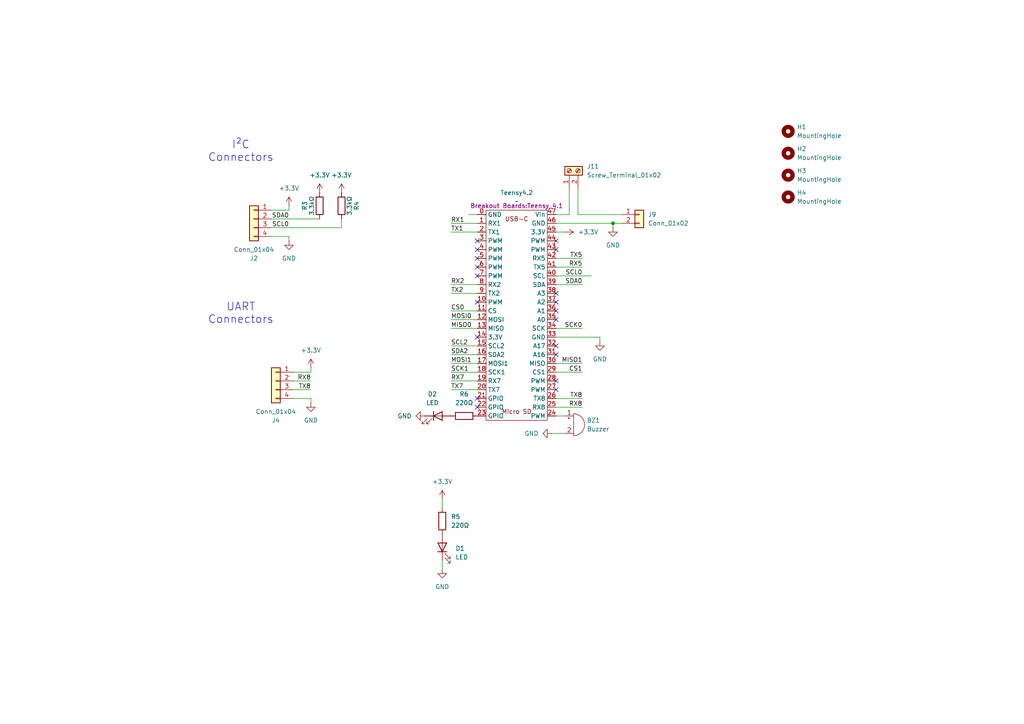
<source format=kicad_sch>
(kicad_sch (version 20231120) (generator "eeschema") (generator_version "8.0")
  (paper "A4")
  (lib_symbols
    (symbol "Breakout Boards:Teensy_4.1"
      (property "Reference" "Teensy4.1" (at 0 0 90))
      (property "Footprint" "Breakout Boards:Teensy_4.1" (at 0 0 0))
      (symbol "Teensy_4.1_0_1"
        (rectangle (start -8.89 30.48) (end 8.89 -30.48))
      )
      (symbol "Teensy_4.1_1_1"
        (text "Micro SD" (at 0 -27.94 0) (effects (font (size 1.27 1.27))))
        (text "USB-C" (at 0 27.94 0) (effects (font (size 1.27 1.27))))
        (pin input line (at -11.43 29.21 0) (length 2.54) (name "GND") (number "0"))
        (pin input line (at -11.43 26.67 0) (length 2.54) (name "RX1") (number "1"))
        (pin input line (at -11.43 3.81 0) (length 2.54) (name "PWM") (number "10"))
        (pin input line (at -11.43 1.27 0) (length 2.54) (name "CS") (number "11"))
        (pin input line (at -11.43 -1.27 0) (length 2.54) (name "MOSI") (number "12"))
        (pin input line (at -11.43 -3.81 0) (length 2.54) (name "MISO") (number "13"))
        (pin input line (at -11.43 -6.35 0) (length 2.54) (name "3.3V") (number "14"))
        (pin input line (at -11.43 -8.89 0) (length 2.54) (name "SCL2") (number "15"))
        (pin input line (at -11.43 -11.43 0) (length 2.54) (name "SDA2") (number "16"))
        (pin input line (at -11.43 -13.97 0) (length 2.54) (name "MOSI1") (number "17"))
        (pin input line (at -11.43 -16.51 0) (length 2.54) (name "SCK1") (number "18"))
        (pin input line (at -11.43 -19.05 0) (length 2.54) (name "RX7") (number "19"))
        (pin input line (at -11.43 24.13 0) (length 2.54) (name "TX1") (number "2"))
        (pin input line (at -11.43 -21.59 0) (length 2.54) (name "TX7") (number "20"))
        (pin input line (at -11.43 -24.13 0) (length 2.54) (name "GPIO") (number "21"))
        (pin input line (at -11.43 -26.67 0) (length 2.54) (name "GPIO") (number "22"))
        (pin input line (at -11.43 -29.21 0) (length 2.54) (name "GPIO") (number "23"))
        (pin input line (at 11.43 -29.21 180) (length 2.54) (name "PWM") (number "24"))
        (pin input line (at 11.43 -26.67 180) (length 2.54) (name "RX8") (number "25"))
        (pin input line (at 11.43 -24.13 180) (length 2.54) (name "TX8") (number "26"))
        (pin input line (at 11.43 -21.59 180) (length 2.54) (name "PWM") (number "27"))
        (pin input line (at 11.43 -19.05 180) (length 2.54) (name "PWM") (number "28"))
        (pin input line (at 11.43 -16.51 180) (length 2.54) (name "CS1") (number "29"))
        (pin input line (at -11.43 21.59 0) (length 2.54) (name "PWM") (number "3"))
        (pin input line (at 11.43 -13.97 180) (length 2.54) (name "MISO") (number "30"))
        (pin input line (at 11.43 -11.43 180) (length 2.54) (name "A16") (number "31"))
        (pin input line (at 11.43 -8.89 180) (length 2.54) (name "A17") (number "32"))
        (pin input line (at 11.43 -6.35 180) (length 2.54) (name "GND") (number "33"))
        (pin input line (at 11.43 -3.81 180) (length 2.54) (name "SCK") (number "34"))
        (pin input line (at 11.43 -1.27 180) (length 2.54) (name "A0") (number "35"))
        (pin input line (at 11.43 1.27 180) (length 2.54) (name "A1") (number "36"))
        (pin input line (at 11.43 3.81 180) (length 2.54) (name "A2") (number "37"))
        (pin input line (at 11.43 6.35 180) (length 2.54) (name "A3") (number "38"))
        (pin input line (at 11.43 8.89 180) (length 2.54) (name "SDA") (number "39"))
        (pin input line (at -11.43 19.05 0) (length 2.54) (name "PWM") (number "4"))
        (pin input line (at 11.43 11.43 180) (length 2.54) (name "SCL") (number "40"))
        (pin input line (at 11.43 13.97 180) (length 2.54) (name "TX5") (number "41"))
        (pin input line (at 11.43 16.51 180) (length 2.54) (name "RX5") (number "42"))
        (pin input line (at 11.43 19.05 180) (length 2.54) (name "PWM") (number "43"))
        (pin input line (at 11.43 21.59 180) (length 2.54) (name "PWM") (number "44"))
        (pin input line (at 11.43 24.13 180) (length 2.54) (name "3.3V") (number "45"))
        (pin input line (at 11.43 26.67 180) (length 2.54) (name "GND") (number "46"))
        (pin input line (at 11.43 29.21 180) (length 2.54) (name "Vin") (number "47"))
        (pin input line (at -11.43 16.51 0) (length 2.54) (name "PWM") (number "5"))
        (pin input line (at -11.43 13.97 0) (length 2.54) (name "PWM") (number "6"))
        (pin input line (at -11.43 11.43 0) (length 2.54) (name "PWM") (number "7"))
        (pin input line (at -11.43 8.89 0) (length 2.54) (name "RX2") (number "8"))
        (pin input line (at -11.43 6.35 0) (length 2.54) (name "TX2") (number "9"))
      )
    )
    (symbol "Connector:Screw_Terminal_01x02" (pin_names (offset 1.016) hide)
      (property "Reference" "J" (at 0 2.54 0))
      (property "Value" "Screw_Terminal_01x02" (at 0 -5.08 0))
      (symbol "Screw_Terminal_01x02_1_1"
        (rectangle (start -1.27 1.27) (end 1.27 -3.81) (stroke (width 0.254)) (fill (type background)))
        (circle (center 0 -2.54) (radius 0.635) (stroke (width 0.1524)))
        (polyline (pts (xy -0.5334 -2.2098) (xy 0.3302 -3.048)) (stroke (width 0.1524)))
        (polyline (pts (xy -0.5334 0.3302) (xy 0.3302 -0.508)) (stroke (width 0.1524)))
        (polyline (pts (xy -0.3556 -2.032) (xy 0.508 -2.8702)) (stroke (width 0.1524)))
        (polyline (pts (xy -0.3556 0.508) (xy 0.508 -0.3302)) (stroke (width 0.1524)))
        (circle (center 0 0) (radius 0.635) (stroke (width 0.1524)))
        (pin passive line (at -5.08 0 0) (length 3.81) (name "Pin_1") (number "1"))
        (pin passive line (at -5.08 -2.54 0) (length 3.81) (name "Pin_2") (number "2"))
      )
    )
    (symbol "Connector_Generic:Conn_01x02" (pin_names (offset 1.016) hide)
      (property "Reference" "J" (at 0 2.54 0))
      (property "Value" "Conn_01x02" (at 0 -5.08 0))
      (symbol "Conn_01x02_1_1"
        (rectangle (start -1.27 -2.413) (end 0 -2.667) (stroke (width 0.1524)))
        (rectangle (start -1.27 0.127) (end 0 -0.127) (stroke (width 0.1524)))
        (rectangle (start -1.27 1.27) (end 1.27 -3.81) (stroke (width 0.254)) (fill (type background)))
        (pin passive line (at -5.08 0 0) (length 3.81) (name "Pin_1") (number "1"))
        (pin passive line (at -5.08 -2.54 0) (length 3.81) (name "Pin_2") (number "2"))
      )
    )
    (symbol "Connector_Generic:Conn_01x04" (pin_names (offset 1.016) hide)
      (property "Reference" "J" (at 0 5.08 0))
      (property "Value" "Conn_01x04" (at 0 -7.62 0))
      (symbol "Conn_01x04_1_1"
        (rectangle (start -1.27 -4.953) (end 0 -5.207) (stroke (width 0.1524)))
        (rectangle (start -1.27 -2.413) (end 0 -2.667) (stroke (width 0.1524)))
        (rectangle (start -1.27 0.127) (end 0 -0.127) (stroke (width 0.1524)))
        (rectangle (start -1.27 2.667) (end 0 2.413) (stroke (width 0.1524)))
        (rectangle (start -1.27 3.81) (end 1.27 -6.35) (stroke (width 0.254)) (fill (type background)))
        (pin passive line (at -5.08 2.54 0) (length 3.81) (name "Pin_1") (number "1"))
        (pin passive line (at -5.08 0 0) (length 3.81) (name "Pin_2") (number "2"))
        (pin passive line (at -5.08 -2.54 0) (length 3.81) (name "Pin_3") (number "3"))
        (pin passive line (at -5.08 -5.08 0) (length 3.81) (name "Pin_4") (number "4"))
      )
    )
    (symbol "Device:Buzzer" (pin_names (offset 0.0254) hide)
      (property "Reference" "BZ" (at 3.81 1.27 0))
      (property "Value" "Buzzer" (at 3.81 -1.27 0))
      (symbol "Buzzer_0_1"
        (arc (start 0 -3.175) (mid 3.1612 0) (end 0 3.175))
        (polyline (pts (xy -1.651 1.905) (xy -1.143 1.905)))
        (polyline (pts (xy -1.397 2.159) (xy -1.397 1.651)))
        (polyline (pts (xy 0 3.175) (xy 0 -3.175)))
      )
      (symbol "Buzzer_1_1"
        (pin passive line (at -2.54 2.54 0) (length 2.54) (name "+") (number "1"))
        (pin passive line (at -2.54 -2.54 0) (length 2.54) (name "-") (number "2"))
      )
    )
    (symbol "Device:LED" (pin_numbers hide) (pin_names (offset 1.016) hide)
      (property "Reference" "D" (at 0 2.54 0))
      (property "Value" "LED" (at 0 -2.54 0))
      (symbol "LED_0_1"
        (polyline (pts (xy -1.27 -1.27) (xy -1.27 1.27)) (stroke (width 0.254)))
        (polyline (pts (xy -1.27 0) (xy 1.27 0)))
        (polyline (pts (xy 1.27 -1.27) (xy 1.27 1.27) (xy -1.27 0) (xy 1.27 -1.27)) (stroke (width 0.254)))
        (polyline (pts (xy -3.048 -0.762) (xy -4.572 -2.286) (xy -3.81 -2.286) (xy -4.572 -2.286) (xy -4.572 -1.524)))
        (polyline (pts (xy -1.778 -0.762) (xy -3.302 -2.286) (xy -2.54 -2.286) (xy -3.302 -2.286) (xy -3.302 -1.524)))
      )
      (symbol "LED_1_1"
        (pin passive line (at -3.81 0 0) (length 2.54) (name "K") (number "1"))
        (pin passive line (at 3.81 0 180) (length 2.54) (name "A") (number "2"))
      )
    )
    (symbol "Device:R" (pin_numbers hide) (pin_names (offset 0))
      (property "Reference" "R" (at 2.032 0 90))
      (property "Value" "R" (at 0 0 90))
      (symbol "R_0_1"
        (rectangle (start -1.016 -2.54) (end 1.016 2.54) (stroke (width 0.254)))
      )
      (symbol "R_1_1"
        (pin passive line (at 0 3.81 270) (length 1.27) (name "~") (number "1"))
        (pin passive line (at 0 -3.81 90) (length 1.27) (name "~") (number "2"))
      )
    )
    (symbol "Mechanical:MountingHole" (pin_names (offset 1.016)) (exclude_from_sim yes) (in_bom no)
      (property "Reference" "H" (at 0 5.08 0))
      (property "Value" "MountingHole" (at 0 3.175 0))
      (symbol "MountingHole_0_1"
        (circle (center 0 0) (radius 1.27) (stroke (width 1.27)))
      )
    )
    (symbol "power:+3.3V" (power) (pin_numbers hide) (pin_names (offset 0) hide)
      (property "Value" "+3.3V" (at 0 3.556 0))
      (symbol "+3.3V_0_1"
        (polyline (pts (xy -0.762 1.27) (xy 0 2.54)))
        (polyline (pts (xy 0 0) (xy 0 2.54)))
        (polyline (pts (xy 0 2.54) (xy 0.762 1.27)))
      )
      (symbol "+3.3V_1_1"
        (pin power_in line (at 0 0 90) (length 0) (name "~") (number "1"))
      )
    )
    (symbol "power:GND" (power) (pin_numbers hide) (pin_names (offset 0) hide)
      (property "Value" "GND" (at 0 -3.81 0))
      (symbol "GND_0_1"
        (polyline (pts (xy 0 0) (xy 0 -1.27) (xy 1.27 -1.27) (xy 0 -2.54) (xy -1.27 -1.27) (xy 0 -1.27)))
      )
      (symbol "GND_1_1"
        (pin power_in line (at 0 0 270) (length 0) (name "~") (number "1"))
      )
    )
  )
  (junction (at 177.8 64.77))
  (no_connect (at 161.29 69.85))
  (no_connect (at 161.29 90.17))
  (no_connect (at 161.29 113.03))
  (no_connect (at 138.43 74.93))
  (no_connect (at 161.29 72.39))
  (no_connect (at 161.29 87.63))
  (no_connect (at 161.29 110.49))
  (no_connect (at 161.29 102.87))
  (no_connect (at 138.43 77.47))
  (no_connect (at 138.43 69.85))
  (no_connect (at 161.29 92.71))
  (no_connect (at 138.43 118.11))
  (no_connect (at 161.29 100.33))
  (no_connect (at 138.43 87.63))
  (no_connect (at 138.43 72.39))
  (no_connect (at 138.43 80.01))
  (no_connect (at 138.43 115.57))
  (no_connect (at 138.43 97.79))
  (no_connect (at 161.29 85.09))
  (wire (pts (xy 130.81 110.49) (xy 138.43 110.49)))
  (wire (pts (xy 78.74 63.5) (xy 92.71 63.5)))
  (wire (pts (xy 165.1 54.61) (xy 165.1 62.23)))
  (wire (pts (xy 130.81 64.77) (xy 138.43 64.77)))
  (wire (pts (xy 85.09 107.95) (xy 90.17 107.95)))
  (wire (pts (xy 177.8 66.04) (xy 177.8 64.77)))
  (wire (pts (xy 85.09 110.49) (xy 90.17 110.49)))
  (wire (pts (xy 168.91 118.11) (xy 161.29 118.11)))
  (wire (pts (xy 168.91 77.47) (xy 161.29 77.47)))
  (wire (pts (xy 130.81 107.95) (xy 138.43 107.95)))
  (wire (pts (xy 78.74 60.96) (xy 83.82 60.96)))
  (wire (pts (xy 130.81 82.55) (xy 138.43 82.55)))
  (wire (pts (xy 130.81 100.33) (xy 138.43 100.33)))
  (wire (pts (xy 90.17 106.68) (xy 90.17 107.95)))
  (wire (pts (xy 165.1 62.23) (xy 161.29 62.23)))
  (wire (pts (xy 83.82 59.69) (xy 83.82 60.96)))
  (wire (pts (xy 160.02 125.73) (xy 163.83 125.73)))
  (wire (pts (xy 99.06 63.5) (xy 99.06 66.04)))
  (wire (pts (xy 130.81 67.31) (xy 138.43 67.31)))
  (wire (pts (xy 83.82 68.58) (xy 83.82 69.85)))
  (wire (pts (xy 130.81 90.17) (xy 138.43 90.17)))
  (wire (pts (xy 128.27 165.1) (xy 128.27 162.56)))
  (wire (pts (xy 78.74 68.58) (xy 83.82 68.58)))
  (wire (pts (xy 161.29 67.31) (xy 163.83 67.31)))
  (wire (pts (xy 161.29 107.95) (xy 168.91 107.95)))
  (wire (pts (xy 180.34 62.23) (xy 167.64 62.23)))
  (wire (pts (xy 168.91 74.93) (xy 161.29 74.93)))
  (wire (pts (xy 161.29 97.79) (xy 173.99 97.79)))
  (wire (pts (xy 85.09 113.03) (xy 90.17 113.03)))
  (wire (pts (xy 130.81 102.87) (xy 138.43 102.87)))
  (wire (pts (xy 135.89 62.23) (xy 138.43 62.23)))
  (wire (pts (xy 130.81 92.71) (xy 138.43 92.71)))
  (wire (pts (xy 161.29 105.41) (xy 168.91 105.41)))
  (wire (pts (xy 130.81 105.41) (xy 138.43 105.41)))
  (wire (pts (xy 177.8 64.77) (xy 180.34 64.77)))
  (wire (pts (xy 167.64 62.23) (xy 167.64 54.61)))
  (wire (pts (xy 161.29 80.01) (xy 171.45 80.01)))
  (wire (pts (xy 168.91 115.57) (xy 161.29 115.57)))
  (wire (pts (xy 161.29 64.77) (xy 177.8 64.77)))
  (wire (pts (xy 130.81 85.09) (xy 138.43 85.09)))
  (wire (pts (xy 161.29 95.25) (xy 168.91 95.25)))
  (wire (pts (xy 161.29 120.65) (xy 163.83 120.65)))
  (wire (pts (xy 130.81 95.25) (xy 138.43 95.25)))
  (wire (pts (xy 128.27 144.78) (xy 128.27 147.32)))
  (wire (pts (xy 161.29 82.55) (xy 168.91 82.55)))
  (wire (pts (xy 90.17 115.57) (xy 90.17 116.84)))
  (wire (pts (xy 85.09 115.57) (xy 90.17 115.57)))
  (wire (pts (xy 78.74 66.04) (xy 99.06 66.04)))
  (wire (pts (xy 130.81 113.03) (xy 138.43 113.03)))
  (wire (pts (xy 173.99 97.79) (xy 173.99 99.06)))
  (text "I²C\nConnectors" (at 69.85 43.942 0) (effects (font (size 2.27 2.27))))
  (text "UART\nConnectors" (at 69.85 90.932 0) (effects (font (size 2.27 2.27))))
  (label "RX1" (at 130.81 64.77 0))
  (label "SDA2" (at 130.81 102.87 0))
  (label "RX7" (at 130.81 110.49 0))
  (label "SDA0" (at 168.91 82.55 180))
  (label "MOSI1" (at 130.81 105.41 0))
  (label "SCL2" (at 130.81 100.33 0))
  (label "TX2" (at 130.81 85.09 0))
  (label "MISO0" (at 130.81 95.25 0))
  (label "TX8" (at 90.17 113.03 180))
  (label "MISO1" (at 168.91 105.41 180))
  (label "TX1" (at 130.81 67.31 0))
  (label "TX8" (at 168.91 115.57 180))
  (label "CS0" (at 130.81 90.17 0))
  (label "SCK0" (at 168.91 95.25 180))
  (label "MOSI0" (at 130.81 92.71 0))
  (label "TX5" (at 168.91 74.93 180))
  (label "RX8" (at 90.17 110.49 180))
  (label "RX5" (at 168.91 77.47 180))
  (label "SCL0" (at 168.91 80.01 180))
  (label "TX7" (at 130.81 113.03 0))
  (label "SCL0" (at 83.82 66.04 180))
  (label "SCK1" (at 130.81 107.95 0))
  (label "SDA0" (at 83.82 63.5 180))
  (label "CS1" (at 168.91 107.95 180))
  (label "RX8" (at 168.91 118.11 180))
  (label "RX2" (at 130.81 82.55 0))
  (symbol (lib_id "Mechanical:MountingHole") (at 228.6 57.15 0) (unit 1) (exclude_from_sim yes) (in_bom no)
    (property "Reference" "H4" (at 231.14 55.8799 0) (effects (justify left)))
    (property "Value" "MountingHole" (at 231.14 58.4199 0) (effects (justify left)))
    (property "Footprint" "MountingHole:MountingHole_3.2mm_M3" (effects (hide yes)))
    (property "Description" "Mounting Hole without connection" (effects (hide yes)))
  )
  (symbol (lib_id "power:+3.3V") (at 99.06 55.88 0) (unit 1)
    (property "Reference" "#PWR026" (effects (hide yes)))
    (property "Value" "+3.3V" (at 99.06 50.8 0))
    (property "Description" "Power symbol creates a global label with name \"+3.3V\"" (effects (hide yes)))
  )
  (symbol (lib_id "power:+3.3V") (at 90.17 106.68 0) (unit 1)
    (property "Reference" "#PWR012" (effects (hide yes)))
    (property "Value" "+3.3V" (at 90.17 101.6 0))
    (property "Description" "Power symbol creates a global label with name \"+3.3V\"" (effects (hide yes)))
  )
  (symbol (lib_id "Breakout Boards:Teensy_4.1") (at 149.86 91.44 0) (unit 1)
    (property "Reference" "Teensy4.2" (at 149.86 55.88 0))
    (property "Value" "~" (at 149.86 58.42 0))
    (property "Footprint" "Breakout Boards:Teensy_4.1" (at 149.86 59.69 0))
  )
  (symbol (lib_id "power:+3.3V") (at 83.82 59.69 0) (unit 1)
    (property "Reference" "#PWR05" (effects (hide yes)))
    (property "Value" "+3.3V" (at 83.82 54.61 0))
    (property "Description" "Power symbol creates a global label with name \"+3.3V\"" (effects (hide yes)))
  )
  (symbol (lib_id "Device:LED") (at 128.27 158.75 90) (unit 1)
    (property "Reference" "D1" (at 132.08 159.0674 90) (effects (justify right)))
    (property "Value" "LED" (at 132.08 161.6074 90) (effects (justify right)))
    (property "Footprint" "LED_SMD:LED_0805_2012Metric_Pad1.15x1.40mm_HandSolder" (effects (hide yes)))
    (property "Description" "Light emitting diode" (effects (hide yes)))
  )
  (symbol (lib_id "Mechanical:MountingHole") (at 228.6 44.45 0) (unit 1) (exclude_from_sim yes) (in_bom no)
    (property "Reference" "H2" (at 231.14 43.1799 0) (effects (justify left)))
    (property "Value" "MountingHole" (at 231.14 45.7199 0) (effects (justify left)))
    (property "Footprint" "MountingHole:MountingHole_3.2mm_M3" (effects (hide yes)))
    (property "Description" "Mounting Hole without connection" (effects (hide yes)))
  )
  (symbol (lib_id "Mechanical:MountingHole") (at 228.6 50.8 0) (unit 1) (exclude_from_sim yes) (in_bom no)
    (property "Reference" "H3" (at 231.14 49.5299 0) (effects (justify left)))
    (property "Value" "MountingHole" (at 231.14 52.0699 0) (effects (justify left)))
    (property "Footprint" "MountingHole:MountingHole_3.2mm_M3" (effects (hide yes)))
    (property "Description" "Mounting Hole without connection" (effects (hide yes)))
  )
  (symbol (lib_id "Device:R") (at 99.06 59.69 0) (unit 1)
    (property "Reference" "R4" (at 103.378 59.69 90))
    (property "Value" "3.3kΩ" (at 101.346 59.69 90))
    (property "Footprint" "Resistor_SMD:R_0805_2012Metric_Pad1.20x1.40mm_HandSolder" (effects (hide yes)))
    (property "Description" "Resistor" (effects (hide yes)))
  )
  (symbol (lib_id "power:+3.3V") (at 92.71 55.88 0) (unit 1)
    (property "Reference" "#PWR025" (effects (hide yes)))
    (property "Value" "+3.3V" (at 92.71 50.8 0))
    (property "Description" "Power symbol creates a global label with name \"+3.3V\"" (effects (hide yes)))
  )
  (symbol (lib_id "Mechanical:MountingHole") (at 228.6 38.1 0) (unit 1) (exclude_from_sim yes) (in_bom no)
    (property "Reference" "H1" (at 231.14 36.8299 0) (effects (justify left)))
    (property "Value" "MountingHole" (at 231.14 39.3699 0) (effects (justify left)))
    (property "Footprint" "MountingHole:MountingHole_3.2mm_M3" (effects (hide yes)))
    (property "Description" "Mounting Hole without connection" (effects (hide yes)))
  )
  (symbol (lib_id "power:GND") (at 173.99 99.06 0) (unit 1)
    (property "Reference" "#PWR02" (effects (hide yes)))
    (property "Value" "GND" (at 173.99 104.14 0))
    (property "Description" "Power symbol creates a global label with name \"GND\" , ground" (effects (hide yes)))
  )
  (symbol (lib_id "Connector_Generic:Conn_01x02") (at 185.42 62.23 0) (unit 1)
    (property "Reference" "J9" (at 187.96 62.2299 0) (effects (justify left)))
    (property "Value" "Conn_01x02" (at 187.96 64.7699 0) (effects (justify left)))
    (property "Footprint" "Connector_JST:JST_EH_B2B-EH-A_1x02_P2.50mm_Vertical" (effects (hide yes)))
    (property "Description" "Generic connector, single row, 01x02, script generated (kicad-library-utils/schlib/autogen/connector/)" (effects (hide yes)))
  )
  (symbol (lib_id "Device:R") (at 134.62 120.65 90) (unit 1)
    (property "Reference" "R6" (at 134.62 114.3 90))
    (property "Value" "220Ω" (at 134.62 116.84 90))
    (property "Footprint" "Resistor_SMD:R_0805_2012Metric_Pad1.20x1.40mm_HandSolder" (effects (hide yes)))
    (property "Description" "Resistor" (effects (hide yes)))
  )
  (symbol (lib_id "Device:LED") (at 127 120.65 0) (unit 1)
    (property "Reference" "D2" (at 125.4125 114.3 0))
    (property "Value" "LED" (at 125.4125 116.84 0))
    (property "Footprint" "LED_SMD:LED_0805_2012Metric_Pad1.15x1.40mm_HandSolder" (effects (hide yes)))
    (property "Description" "Light emitting diode" (effects (hide yes)))
  )
  (symbol (lib_id "power:GND") (at 90.17 116.84 0) (unit 1)
    (property "Reference" "#PWR013" (effects (hide yes)))
    (property "Value" "GND" (at 90.17 121.92 0))
    (property "Description" "Power symbol creates a global label with name \"GND\" , ground" (effects (hide yes)))
  )
  (symbol (lib_id "power:+3.3V") (at 128.27 144.78 0) (unit 1)
    (property "Reference" "#PWR028" (effects (hide yes)))
    (property "Value" "+3.3V" (at 128.27 139.7 0))
    (property "Description" "Power symbol creates a global label with name \"+3.3V\"" (effects (hide yes)))
  )
  (symbol (lib_id "Connector_Generic:Conn_01x04") (at 73.66 63.5 0) (mirror y) (unit 1)
    (property "Reference" "J2" (at 73.66 74.93 0))
    (property "Value" "Conn_01x04" (at 73.66 72.39 0))
    (property "Footprint" "Connector_JST:JST_EH_B4B-EH-A_1x04_P2.50mm_Vertical" (effects (hide yes)))
    (property "Description" "Generic connector, single row, 01x04, script generated (kicad-library-utils/schlib/autogen/connector/)" (effects (hide yes)))
  )
  (symbol (lib_id "power:GND") (at 123.19 120.65 270) (unit 1)
    (property "Reference" "#PWR030" (effects (hide yes)))
    (property "Value" "GND" (at 119.38 120.6499 90) (effects (justify right)))
    (property "Description" "Power symbol creates a global label with name \"GND\" , ground" (effects (hide yes)))
  )
  (symbol (lib_id "power:GND") (at 160.02 125.73 270) (unit 1)
    (property "Reference" "#PWR029" (effects (hide yes)))
    (property "Value" "GND" (at 156.21 125.7299 90) (effects (justify right)))
    (property "Description" "Power symbol creates a global label with name \"GND\" , ground" (effects (hide yes)))
  )
  (symbol (lib_id "Connector_Generic:Conn_01x04") (at 80.01 110.49 0) (mirror y) (unit 1)
    (property "Reference" "J4" (at 80.01 121.92 0))
    (property "Value" "Conn_01x04" (at 80.01 119.38 0))
    (property "Footprint" "Connector_JST:JST_EH_B4B-EH-A_1x04_P2.50mm_Vertical" (effects (hide yes)))
    (property "Description" "Generic connector, single row, 01x04, script generated (kicad-library-utils/schlib/autogen/connector/)" (effects (hide yes)))
  )
  (symbol (lib_id "power:GND") (at 128.27 165.1 0) (unit 1)
    (property "Reference" "#PWR027" (effects (hide yes)))
    (property "Value" "GND" (at 128.27 170.18 0))
    (property "Description" "Power symbol creates a global label with name \"GND\" , ground" (effects (hide yes)))
  )
  (symbol (lib_id "Device:R") (at 92.71 59.69 180) (unit 1)
    (property "Reference" "R3" (at 88.392 59.69 90))
    (property "Value" "3.3kΩ" (at 90.424 59.69 90))
    (property "Footprint" "Resistor_SMD:R_0805_2012Metric_Pad1.20x1.40mm_HandSolder" (effects (hide yes)))
    (property "Description" "Resistor" (effects (hide yes)))
  )
  (symbol (lib_id "power:+3.3V") (at 163.83 67.31 270) (unit 1)
    (property "Reference" "#PWR03" (effects (hide yes)))
    (property "Value" "+3.3V" (at 167.64 67.3099 90) (effects (justify left)))
    (property "Description" "Power symbol creates a global label with name \"+3.3V\"" (effects (hide yes)))
  )
  (symbol (lib_id "power:GND") (at 177.8 66.04 0) (unit 1)
    (property "Reference" "#PWR07" (effects (hide yes)))
    (property "Value" "GND" (at 177.8 71.12 0))
    (property "Description" "Power symbol creates a global label with name \"GND\" , ground" (effects (hide yes)))
  )
  (symbol (lib_id "Device:Buzzer") (at 166.37 123.19 0) (unit 1)
    (property "Reference" "BZ1" (at 170.18 121.9199 0) (effects (justify left)))
    (property "Value" "Buzzer" (at 170.18 124.4599 0) (effects (justify left)))
    (property "Footprint" "Avionics:Adafruit_Buzzer" (effects (hide yes)))
    (property "Description" "Buzzer, polarized" (effects (hide yes)))
  )
  (symbol (lib_id "Device:R") (at 128.27 151.13 0) (unit 1)
    (property "Reference" "R5" (at 130.81 149.8599 0) (effects (justify left)))
    (property "Value" "220Ω" (at 130.81 152.3999 0) (effects (justify left)))
    (property "Footprint" "Resistor_SMD:R_0805_2012Metric_Pad1.20x1.40mm_HandSolder" (effects (hide yes)))
    (property "Description" "Resistor" (effects (hide yes)))
  )
  (symbol (lib_id "Connector:Screw_Terminal_01x02") (at 165.1 49.53 90) (unit 1)
    (property "Reference" "J11" (at 170.18 48.2599 90) (effects (justify right)))
    (property "Value" "Screw_Terminal_01x02" (at 170.18 50.7999 90) (effects (justify right)))
    (property "Footprint" "TerminalBlock:TerminalBlock_Xinya_XY308-2.54-2P_1x02_P2.54mm_Horizontal" (effects (hide yes)))
    (property "Description" "Generic screw terminal, single row, 01x02, script generated (kicad-library-utils/schlib/autogen/connector/)" (effects (hide yes)))
  )
  (symbol (lib_id "power:GND") (at 83.82 69.85 0) (unit 1)
    (property "Reference" "#PWR06" (effects (hide yes)))
    (property "Value" "GND" (at 83.82 74.93 0))
    (property "Description" "Power symbol creates a global label with name \"GND\" , ground" (effects (hide yes)))
  )
)
</source>
